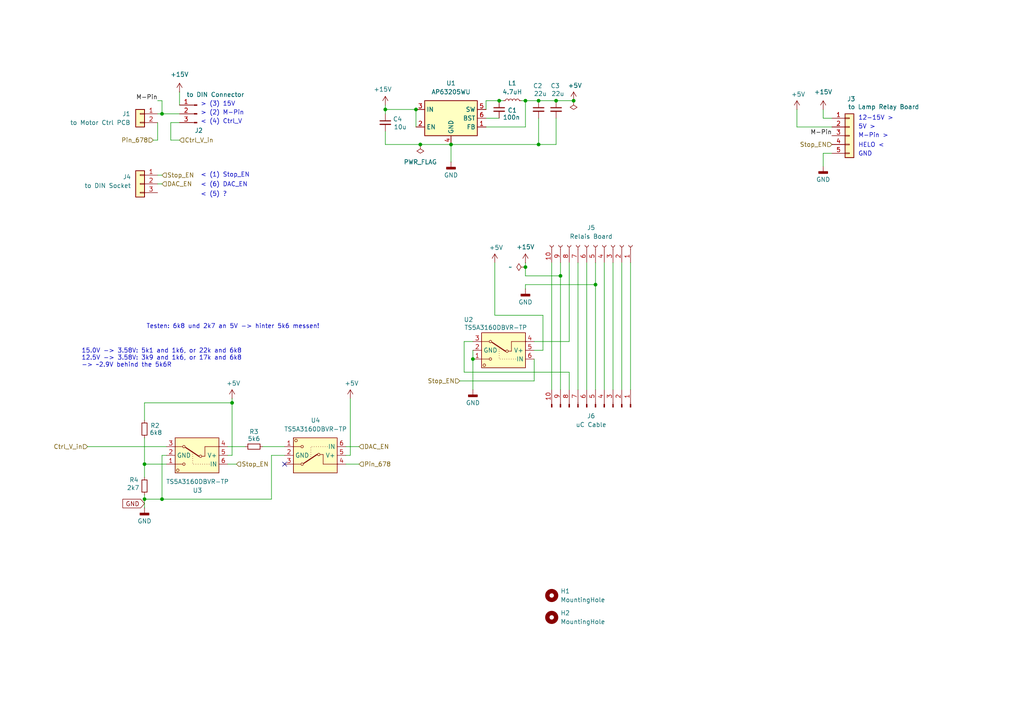
<source format=kicad_sch>
(kicad_sch (version 20231120) (generator "eeschema") (generator_version "8.0")
  (paper "A4")
  (lib_symbols
    (symbol "Connector:Conn_01x03_Pin" (pin_names (offset 1.016) hide)
      (property "Reference" "J" (at 0 5.08 0))
      (property "Value" "Conn_01x03_Pin" (at 0 -5.08 0))
      (symbol "Conn_01x03_Pin_1_1"
        (polyline (pts (xy 1.27 -2.54) (xy 0.8636 -2.54)) (stroke (width 0.1524)))
        (polyline (pts (xy 1.27 0) (xy 0.8636 0)) (stroke (width 0.1524)))
        (polyline (pts (xy 1.27 2.54) (xy 0.8636 2.54)) (stroke (width 0.1524)))
        (rectangle (start 0.8636 -2.413) (end 0 -2.667) (stroke (width 0.1524)) (fill (type outline)))
        (rectangle (start 0.8636 0.127) (end 0 -0.127) (stroke (width 0.1524)) (fill (type outline)))
        (rectangle (start 0.8636 2.667) (end 0 2.413) (stroke (width 0.1524)) (fill (type outline)))
        (pin passive line (at 5.08 2.54 180) (length 3.81) (name "Pin_1") (number "1"))
        (pin passive line (at 5.08 0 180) (length 3.81) (name "Pin_2") (number "2"))
        (pin passive line (at 5.08 -2.54 180) (length 3.81) (name "Pin_3") (number "3"))
      )
    )
    (symbol "Connector:Conn_01x10_Pin" (pin_names (offset 1.016) hide)
      (property "Reference" "J" (at 0 12.7 0))
      (property "Value" "Conn_01x10_Pin" (at 0 -15.24 0))
      (symbol "Conn_01x10_Pin_1_1"
        (polyline (pts (xy 1.27 -12.7) (xy 0.8636 -12.7)) (stroke (width 0.1524)))
        (polyline (pts (xy 1.27 -10.16) (xy 0.8636 -10.16)) (stroke (width 0.1524)))
        (polyline (pts (xy 1.27 -7.62) (xy 0.8636 -7.62)) (stroke (width 0.1524)))
        (polyline (pts (xy 1.27 -5.08) (xy 0.8636 -5.08)) (stroke (width 0.1524)))
        (polyline (pts (xy 1.27 -2.54) (xy 0.8636 -2.54)) (stroke (width 0.1524)))
        (polyline (pts (xy 1.27 0) (xy 0.8636 0)) (stroke (width 0.1524)))
        (polyline (pts (xy 1.27 2.54) (xy 0.8636 2.54)) (stroke (width 0.1524)))
        (polyline (pts (xy 1.27 5.08) (xy 0.8636 5.08)) (stroke (width 0.1524)))
        (polyline (pts (xy 1.27 7.62) (xy 0.8636 7.62)) (stroke (width 0.1524)))
        (polyline (pts (xy 1.27 10.16) (xy 0.8636 10.16)) (stroke (width 0.1524)))
        (rectangle (start 0.8636 -12.573) (end 0 -12.827) (stroke (width 0.1524)) (fill (type outline)))
        (rectangle (start 0.8636 -10.033) (end 0 -10.287) (stroke (width 0.1524)) (fill (type outline)))
        (rectangle (start 0.8636 -7.493) (end 0 -7.747) (stroke (width 0.1524)) (fill (type outline)))
        (rectangle (start 0.8636 -4.953) (end 0 -5.207) (stroke (width 0.1524)) (fill (type outline)))
        (rectangle (start 0.8636 -2.413) (end 0 -2.667) (stroke (width 0.1524)) (fill (type outline)))
        (rectangle (start 0.8636 0.127) (end 0 -0.127) (stroke (width 0.1524)) (fill (type outline)))
        (rectangle (start 0.8636 2.667) (end 0 2.413) (stroke (width 0.1524)) (fill (type outline)))
        (rectangle (start 0.8636 5.207) (end 0 4.953) (stroke (width 0.1524)) (fill (type outline)))
        (rectangle (start 0.8636 7.747) (end 0 7.493) (stroke (width 0.1524)) (fill (type outline)))
        (rectangle (start 0.8636 10.287) (end 0 10.033) (stroke (width 0.1524)) (fill (type outline)))
        (pin passive line (at 5.08 10.16 180) (length 3.81) (name "Pin_1") (number "1"))
        (pin passive line (at 5.08 -12.7 180) (length 3.81) (name "Pin_10") (number "10"))
        (pin passive line (at 5.08 7.62 180) (length 3.81) (name "Pin_2") (number "2"))
        (pin passive line (at 5.08 5.08 180) (length 3.81) (name "Pin_3") (number "3"))
        (pin passive line (at 5.08 2.54 180) (length 3.81) (name "Pin_4") (number "4"))
        (pin passive line (at 5.08 0 180) (length 3.81) (name "Pin_5") (number "5"))
        (pin passive line (at 5.08 -2.54 180) (length 3.81) (name "Pin_6") (number "6"))
        (pin passive line (at 5.08 -5.08 180) (length 3.81) (name "Pin_7") (number "7"))
        (pin passive line (at 5.08 -7.62 180) (length 3.81) (name "Pin_8") (number "8"))
        (pin passive line (at 5.08 -10.16 180) (length 3.81) (name "Pin_9") (number "9"))
      )
    )
    (symbol "Connector:Conn_01x10_Socket" (pin_names (offset 1.016) hide)
      (property "Reference" "J" (at 0 12.7 0))
      (property "Value" "Conn_01x10_Socket" (at 0 -15.24 0))
      (symbol "Conn_01x10_Socket_1_1"
        (arc (start 0 -12.192) (mid -0.5058 -12.7) (end 0 -13.208) (stroke (width 0.1524)))
        (arc (start 0 -9.652) (mid -0.5058 -10.16) (end 0 -10.668) (stroke (width 0.1524)))
        (arc (start 0 -7.112) (mid -0.5058 -7.62) (end 0 -8.128) (stroke (width 0.1524)))
        (arc (start 0 -4.572) (mid -0.5058 -5.08) (end 0 -5.588) (stroke (width 0.1524)))
        (arc (start 0 -2.032) (mid -0.5058 -2.54) (end 0 -3.048) (stroke (width 0.1524)))
        (polyline (pts (xy -1.27 -12.7) (xy -0.508 -12.7)) (stroke (width 0.1524)))
        (polyline (pts (xy -1.27 -10.16) (xy -0.508 -10.16)) (stroke (width 0.1524)))
        (polyline (pts (xy -1.27 -7.62) (xy -0.508 -7.62)) (stroke (width 0.1524)))
        (polyline (pts (xy -1.27 -5.08) (xy -0.508 -5.08)) (stroke (width 0.1524)))
        (polyline (pts (xy -1.27 -2.54) (xy -0.508 -2.54)) (stroke (width 0.1524)))
        (polyline (pts (xy -1.27 0) (xy -0.508 0)) (stroke (width 0.1524)))
        (polyline (pts (xy -1.27 2.54) (xy -0.508 2.54)) (stroke (width 0.1524)))
        (polyline (pts (xy -1.27 5.08) (xy -0.508 5.08)) (stroke (width 0.1524)))
        (polyline (pts (xy -1.27 7.62) (xy -0.508 7.62)) (stroke (width 0.1524)))
        (polyline (pts (xy -1.27 10.16) (xy -0.508 10.16)) (stroke (width 0.1524)))
        (arc (start 0 0.508) (mid -0.5058 0) (end 0 -0.508) (stroke (width 0.1524)))
        (arc (start 0 3.048) (mid -0.5058 2.54) (end 0 2.032) (stroke (width 0.1524)))
        (arc (start 0 5.588) (mid -0.5058 5.08) (end 0 4.572) (stroke (width 0.1524)))
        (arc (start 0 8.128) (mid -0.5058 7.62) (end 0 7.112) (stroke (width 0.1524)))
        (arc (start 0 10.668) (mid -0.5058 10.16) (end 0 9.652) (stroke (width 0.1524)))
        (pin passive line (at -5.08 10.16 0) (length 3.81) (name "Pin_1") (number "1"))
        (pin passive line (at -5.08 -12.7 0) (length 3.81) (name "Pin_10") (number "10"))
        (pin passive line (at -5.08 7.62 0) (length 3.81) (name "Pin_2") (number "2"))
        (pin passive line (at -5.08 5.08 0) (length 3.81) (name "Pin_3") (number "3"))
        (pin passive line (at -5.08 2.54 0) (length 3.81) (name "Pin_4") (number "4"))
        (pin passive line (at -5.08 0 0) (length 3.81) (name "Pin_5") (number "5"))
        (pin passive line (at -5.08 -2.54 0) (length 3.81) (name "Pin_6") (number "6"))
        (pin passive line (at -5.08 -5.08 0) (length 3.81) (name "Pin_7") (number "7"))
        (pin passive line (at -5.08 -7.62 0) (length 3.81) (name "Pin_8") (number "8"))
        (pin passive line (at -5.08 -10.16 0) (length 3.81) (name "Pin_9") (number "9"))
      )
    )
    (symbol "Connector_Generic:Conn_01x02" (pin_names (offset 1.016) hide)
      (property "Reference" "J" (at 0 2.54 0))
      (property "Value" "Conn_01x02" (at 0 -5.08 0))
      (symbol "Conn_01x02_1_1"
        (rectangle (start -1.27 -2.413) (end 0 -2.667) (stroke (width 0.1524)))
        (rectangle (start -1.27 0.127) (end 0 -0.127) (stroke (width 0.1524)))
        (rectangle (start -1.27 1.27) (end 1.27 -3.81) (stroke (width 0.254)) (fill (type background)))
        (pin passive line (at -5.08 0 0) (length 3.81) (name "Pin_1") (number "1"))
        (pin passive line (at -5.08 -2.54 0) (length 3.81) (name "Pin_2") (number "2"))
      )
    )
    (symbol "Connector_Generic:Conn_01x03" (pin_names (offset 1.016) hide)
      (property "Reference" "J" (at 0 5.08 0))
      (property "Value" "Conn_01x03" (at 0 -5.08 0))
      (symbol "Conn_01x03_1_1"
        (rectangle (start -1.27 -2.413) (end 0 -2.667) (stroke (width 0.1524)))
        (rectangle (start -1.27 0.127) (end 0 -0.127) (stroke (width 0.1524)))
        (rectangle (start -1.27 2.667) (end 0 2.413) (stroke (width 0.1524)))
        (rectangle (start -1.27 3.81) (end 1.27 -3.81) (stroke (width 0.254)) (fill (type background)))
        (pin passive line (at -5.08 2.54 0) (length 3.81) (name "Pin_1") (number "1"))
        (pin passive line (at -5.08 0 0) (length 3.81) (name "Pin_2") (number "2"))
        (pin passive line (at -5.08 -2.54 0) (length 3.81) (name "Pin_3") (number "3"))
      )
    )
    (symbol "Connector_Generic:Conn_01x05" (pin_names (offset 1.016) hide)
      (property "Reference" "J" (at 0 7.62 0))
      (property "Value" "Conn_01x05" (at 0 -7.62 0))
      (symbol "Conn_01x05_1_1"
        (rectangle (start -1.27 -4.953) (end 0 -5.207) (stroke (width 0.1524)))
        (rectangle (start -1.27 -2.413) (end 0 -2.667) (stroke (width 0.1524)))
        (rectangle (start -1.27 0.127) (end 0 -0.127) (stroke (width 0.1524)))
        (rectangle (start -1.27 2.667) (end 0 2.413) (stroke (width 0.1524)))
        (rectangle (start -1.27 5.207) (end 0 4.953) (stroke (width 0.1524)))
        (rectangle (start -1.27 6.35) (end 1.27 -6.35) (stroke (width 0.254)) (fill (type background)))
        (pin passive line (at -5.08 5.08 0) (length 3.81) (name "Pin_1") (number "1"))
        (pin passive line (at -5.08 2.54 0) (length 3.81) (name "Pin_2") (number "2"))
        (pin passive line (at -5.08 0 0) (length 3.81) (name "Pin_3") (number "3"))
        (pin passive line (at -5.08 -2.54 0) (length 3.81) (name "Pin_4") (number "4"))
        (pin passive line (at -5.08 -5.08 0) (length 3.81) (name "Pin_5") (number "5"))
      )
    )
    (symbol "Device:C_Small" (pin_numbers hide) (pin_names (offset 0.254) hide)
      (property "Reference" "C" (at 0.254 1.778 0))
      (property "Value" "C_Small" (at 0.254 -2.032 0))
      (symbol "C_Small_0_1"
        (polyline (pts (xy -1.524 -0.508) (xy 1.524 -0.508)) (stroke (width 0.3302)))
        (polyline (pts (xy -1.524 0.508) (xy 1.524 0.508)) (stroke (width 0.3048)))
      )
      (symbol "C_Small_1_1"
        (pin passive line (at 0 2.54 270) (length 2.032) (name "~") (number "1"))
        (pin passive line (at 0 -2.54 90) (length 2.032) (name "~") (number "2"))
      )
    )
    (symbol "Device:L_Small" (pin_numbers hide) (pin_names (offset 0.254) hide)
      (property "Reference" "L" (at 0.762 1.016 0))
      (property "Value" "L_Small" (at 0.762 -1.016 0))
      (symbol "L_Small_0_1"
        (arc (start 0 -2.032) (mid 0.5058 -1.524) (end 0 -1.016))
        (arc (start 0 -1.016) (mid 0.5058 -0.508) (end 0 0))
        (arc (start 0 0) (mid 0.5058 0.508) (end 0 1.016))
        (arc (start 0 1.016) (mid 0.5058 1.524) (end 0 2.032))
      )
      (symbol "L_Small_1_1"
        (pin passive line (at 0 2.54 270) (length 0.508) (name "~") (number "1"))
        (pin passive line (at 0 -2.54 90) (length 0.508) (name "~") (number "2"))
      )
    )
    (symbol "Device:R_Small" (pin_numbers hide) (pin_names (offset 0.254) hide)
      (property "Reference" "R" (at 0.762 0.508 0))
      (property "Value" "R_Small" (at 0.762 -1.016 0))
      (symbol "R_Small_0_1"
        (rectangle (start -0.762 1.778) (end 0.762 -1.778) (stroke (width 0.2032)))
      )
      (symbol "R_Small_1_1"
        (pin passive line (at 0 2.54 270) (length 0.762) (name "~") (number "1"))
        (pin passive line (at 0 -2.54 90) (length 0.762) (name "~") (number "2"))
      )
    )
    (symbol "Mechanical:MountingHole" (pin_names (offset 1.016)) (exclude_from_sim yes) (in_bom no)
      (property "Reference" "H" (at 0 5.08 0))
      (property "Value" "MountingHole" (at 0 3.175 0))
      (symbol "MountingHole_0_1"
        (circle (center 0 0) (radius 1.27) (stroke (width 1.27)))
      )
    )
    (symbol "Regulator_Switching:AP63205WU"
      (property "Reference" "U" (at -7.62 6.35 0))
      (property "Value" "AP63205WU" (at 2.54 6.35 0))
      (symbol "AP63205WU_0_1"
        (rectangle (start -7.62 5.08) (end 7.62 -5.08) (stroke (width 0.254)) (fill (type background)))
      )
      (symbol "AP63205WU_1_1"
        (pin input line (at 10.16 -2.54 180) (length 2.54) (name "FB") (number "1"))
        (pin input line (at -10.16 -2.54 0) (length 2.54) (name "EN") (number "2"))
        (pin power_in line (at -10.16 2.54 0) (length 2.54) (name "IN") (number "3"))
        (pin power_in line (at 0 -7.62 90) (length 2.54) (name "GND") (number "4"))
        (pin output line (at 10.16 2.54 180) (length 2.54) (name "SW") (number "5"))
        (pin passive line (at 10.16 0 180) (length 2.54) (name "BST") (number "6"))
      )
    )
    (symbol "easyEDA:TS5A3160DBVR-TP_nicer"
      (property "Reference" "U" (at 0 7.62 0))
      (property "Value" "TS5A3160DBVR-TP" (at 1.27 -7.62 0))
      (symbol "TS5A3160DBVR-TP_nicer_0_1"
        (circle (center -5.588 4.318) (radius 0.38))
        (pin power_in line (at -8.89 0 0) (length 2.54) (name "GND") (number "2"))
        (pin power_in line (at 8.89 0 180) (length 2.54) (name "V+") (number "5"))
        (pin input line (at 8.89 2.54 180) (length 2.54) (name "IN") (number "6"))
      )
      (symbol "TS5A3160DBVR-TP_nicer_1_1"
        (rectangle (start -6.35 5.08) (end 6.35 -5.08) (stroke (width 0.2)) (fill (type background)))
        (circle (center -3.81 -2.54) (radius 0.3592))
        (circle (center -3.81 2.54) (radius 0.3592))
        (polyline (pts (xy -6.35 -2.54) (xy -4.318 -2.54)))
        (polyline (pts (xy -6.35 2.54) (xy -4.318 2.54)))
        (polyline (pts (xy 0.508 0.254) (xy -3.302 -2.286)) (stroke (width 0.3)))
        (polyline (pts (xy 2.286 -2.54) (xy 2.286 0.254)))
        (polyline (pts (xy 2.286 0.254) (xy 1.524 0.254)))
        (polyline (pts (xy 6.604 -2.54) (xy 2.286 -2.54)))
        (polyline (pts (xy -1.27 -1.016) (xy -1.27 2.54) (xy 3.81 2.54)) (stroke (width 0) (type dot)))
        (circle (center 1.016 0.254) (radius 0.3592))
        (pin bidirectional line (at -8.89 2.54 0) (length 2.54) (name "") (number "1"))
        (pin bidirectional line (at -8.89 -2.54 0) (length 2.54) (name "") (number "3"))
        (pin bidirectional line (at 8.89 -2.54 180) (length 2.54) (name "") (number "4"))
      )
    )
    (symbol "power:+15V" (power) (pin_numbers hide) (pin_names (offset 0) hide)
      (property "Value" "+15V" (at 0 3.556 0))
      (symbol "+15V_0_1"
        (polyline (pts (xy -0.762 1.27) (xy 0 2.54)))
        (polyline (pts (xy 0 0) (xy 0 2.54)))
        (polyline (pts (xy 0 2.54) (xy 0.762 1.27)))
      )
      (symbol "+15V_1_1"
        (pin power_in line (at 0 0 90) (length 0) (name "~") (number "1"))
      )
    )
    (symbol "power:+5V" (power) (pin_numbers hide) (pin_names (offset 0) hide)
      (property "Value" "+5V" (at 0 3.556 0))
      (symbol "+5V_0_1"
        (polyline (pts (xy -0.762 1.27) (xy 0 2.54)))
        (polyline (pts (xy 0 0) (xy 0 2.54)))
        (polyline (pts (xy 0 2.54) (xy 0.762 1.27)))
      )
      (symbol "+5V_1_1"
        (pin power_in line (at 0 0 90) (length 0) (name "~") (number "1"))
      )
    )
    (symbol "power:GNDD" (power) (pin_numbers hide) (pin_names (offset 0) hide)
      (property "Value" "GNDD" (at 0 -3.175 0))
      (symbol "GNDD_0_1"
        (rectangle (start -1.27 -1.524) (end 1.27 -2.032) (stroke (width 0.254)) (fill (type outline)))
        (polyline (pts (xy 0 0) (xy 0 -1.524)))
      )
      (symbol "GNDD_1_1"
        (pin power_in line (at 0 0 270) (length 0) (name "~") (number "1"))
      )
    )
    (symbol "power:PWR_FLAG" (power) (pin_numbers hide) (pin_names (offset 0) hide)
      (property "Value" "PWR_FLAG" (at 0 3.81 0))
      (symbol "PWR_FLAG_0_0"
        (pin power_out line (at 0 0 90) (length 0) (name "~") (number "1"))
      )
      (symbol "PWR_FLAG_0_1"
        (polyline (pts (xy 0 0) (xy 0 1.27) (xy -1.016 1.905) (xy 0 2.54) (xy 1.016 1.905) (xy 0 1.27)))
      )
    )
  )
  (junction (at 41.91 134.62))
  (junction (at 152.4 29.21))
  (junction (at 46.99 144.78))
  (junction (at 46.99 33.02))
  (junction (at 144.78 29.21))
  (junction (at 41.91 144.78))
  (junction (at 120.65 31.75))
  (junction (at 152.4 77.47))
  (junction (at 156.21 29.21))
  (junction (at 166.37 29.21))
  (junction (at 156.21 41.91))
  (junction (at 161.29 29.21))
  (junction (at 172.72 82.55))
  (junction (at 137.16 104.14))
  (junction (at 130.81 41.91))
  (junction (at 162.56 80.01))
  (junction (at 121.92 41.91))
  (junction (at 67.31 116.84))
  (junction (at 111.76 31.75))
  (no_connect (at 82.55 134.62))
  (wire (pts (xy 137.16 101.6) (xy 137.16 104.14)))
  (wire (pts (xy 157.48 91.44) (xy 157.48 101.6)))
  (wire (pts (xy 172.72 82.55) (xy 172.72 113.03)))
  (wire (pts (xy 151.13 29.21) (xy 152.4 29.21)))
  (wire (pts (xy 46.99 33.02) (xy 52.07 33.02)))
  (wire (pts (xy 133.35 110.49) (xy 154.94 110.49)))
  (wire (pts (xy 143.51 76.2) (xy 143.51 91.44)))
  (wire (pts (xy 165.1 76.2) (xy 165.1 99.06)))
  (wire (pts (xy 144.78 29.21) (xy 146.05 29.21)))
  (wire (pts (xy 152.4 82.55) (xy 172.72 82.55)))
  (wire (pts (xy 67.31 115.57) (xy 67.31 116.84)))
  (wire (pts (xy 165.1 107.95) (xy 165.1 113.03)))
  (wire (pts (xy 41.91 127) (xy 41.91 134.62)))
  (wire (pts (xy 66.04 134.62) (xy 68.58 134.62)))
  (wire (pts (xy 41.91 147.32) (xy 41.91 144.78)))
  (wire (pts (xy 130.81 41.91) (xy 130.81 46.99)))
  (wire (pts (xy 46.99 50.8) (xy 45.72 50.8)))
  (wire (pts (xy 231.14 36.83) (xy 241.3 36.83)))
  (wire (pts (xy 66.04 129.54) (xy 71.12 129.54)))
  (wire (pts (xy 137.16 99.06) (xy 134.62 99.06)))
  (wire (pts (xy 177.8 76.2) (xy 177.8 113.03)))
  (wire (pts (xy 41.91 144.78) (xy 46.99 144.78)))
  (wire (pts (xy 154.94 99.06) (xy 165.1 99.06)))
  (wire (pts (xy 157.48 101.6) (xy 154.94 101.6)))
  (wire (pts (xy 52.07 40.64) (xy 49.53 40.64)))
  (wire (pts (xy 161.29 29.21) (xy 166.37 29.21)))
  (wire (pts (xy 41.91 134.62) (xy 41.91 138.43)))
  (wire (pts (xy 111.76 41.91) (xy 121.92 41.91)))
  (wire (pts (xy 67.31 116.84) (xy 41.91 116.84)))
  (wire (pts (xy 78.74 132.08) (xy 78.74 144.78)))
  (wire (pts (xy 167.64 76.2) (xy 167.64 113.03)))
  (wire (pts (xy 120.65 31.75) (xy 120.65 36.83)))
  (wire (pts (xy 152.4 80.01) (xy 162.56 80.01)))
  (wire (pts (xy 156.21 29.21) (xy 161.29 29.21)))
  (wire (pts (xy 238.76 31.75) (xy 238.76 34.29)))
  (wire (pts (xy 41.91 134.62) (xy 48.26 134.62)))
  (wire (pts (xy 111.76 31.75) (xy 111.76 33.02)))
  (wire (pts (xy 45.72 40.64) (xy 45.72 35.56)))
  (wire (pts (xy 49.53 40.64) (xy 49.53 35.56)))
  (wire (pts (xy 152.4 76.2) (xy 152.4 77.47)))
  (wire (pts (xy 101.6 115.57) (xy 101.6 132.08)))
  (wire (pts (xy 140.97 34.29) (xy 144.78 34.29)))
  (wire (pts (xy 52.07 30.48) (xy 52.07 26.67)))
  (wire (pts (xy 121.92 41.91) (xy 130.81 41.91)))
  (wire (pts (xy 82.55 132.08) (xy 78.74 132.08)))
  (wire (pts (xy 111.76 38.1) (xy 111.76 41.91)))
  (wire (pts (xy 137.16 104.14) (xy 137.16 113.03)))
  (wire (pts (xy 140.97 31.75) (xy 140.97 29.21)))
  (wire (pts (xy 67.31 116.84) (xy 67.31 132.08)))
  (wire (pts (xy 25.4 129.54) (xy 48.26 129.54)))
  (wire (pts (xy 67.31 132.08) (xy 66.04 132.08)))
  (wire (pts (xy 46.99 53.34) (xy 45.72 53.34)))
  (wire (pts (xy 152.4 36.83) (xy 140.97 36.83)))
  (wire (pts (xy 104.14 134.62) (xy 100.33 134.62)))
  (wire (pts (xy 101.6 132.08) (xy 100.33 132.08)))
  (wire (pts (xy 238.76 44.45) (xy 241.3 44.45)))
  (wire (pts (xy 161.29 41.91) (xy 161.29 34.29)))
  (wire (pts (xy 143.51 91.44) (xy 157.48 91.44)))
  (wire (pts (xy 111.76 31.75) (xy 120.65 31.75)))
  (wire (pts (xy 78.74 144.78) (xy 46.99 144.78)))
  (wire (pts (xy 231.14 31.75) (xy 231.14 36.83)))
  (wire (pts (xy 46.99 132.08) (xy 46.99 144.78)))
  (wire (pts (xy 140.97 29.21) (xy 144.78 29.21)))
  (wire (pts (xy 100.33 129.54) (xy 104.14 129.54)))
  (wire (pts (xy 41.91 116.84) (xy 41.91 121.92)))
  (wire (pts (xy 156.21 41.91) (xy 161.29 41.91)))
  (wire (pts (xy 170.18 76.2) (xy 170.18 113.03)))
  (wire (pts (xy 111.76 30.48) (xy 111.76 31.75)))
  (wire (pts (xy 182.88 76.2) (xy 182.88 113.03)))
  (wire (pts (xy 162.56 80.01) (xy 162.56 113.03)))
  (wire (pts (xy 152.4 82.55) (xy 152.4 83.82)))
  (wire (pts (xy 152.4 77.47) (xy 152.4 80.01)))
  (wire (pts (xy 162.56 80.01) (xy 162.56 76.2)))
  (wire (pts (xy 175.26 76.2) (xy 175.26 113.03)))
  (wire (pts (xy 130.81 41.91) (xy 156.21 41.91)))
  (wire (pts (xy 154.94 104.14) (xy 154.94 110.49)))
  (wire (pts (xy 45.72 29.21) (xy 46.99 29.21)))
  (wire (pts (xy 44.45 40.64) (xy 45.72 40.64)))
  (wire (pts (xy 134.62 107.95) (xy 165.1 107.95)))
  (wire (pts (xy 134.62 99.06) (xy 134.62 107.95)))
  (wire (pts (xy 76.2 129.54) (xy 82.55 129.54)))
  (wire (pts (xy 180.34 76.2) (xy 180.34 113.03)))
  (wire (pts (xy 156.21 41.91) (xy 156.21 34.29)))
  (wire (pts (xy 49.53 35.56) (xy 52.07 35.56)))
  (wire (pts (xy 238.76 34.29) (xy 241.3 34.29)))
  (wire (pts (xy 41.91 143.51) (xy 41.91 144.78)))
  (wire (pts (xy 172.72 82.55) (xy 172.72 76.2)))
  (wire (pts (xy 160.02 76.2) (xy 160.02 113.03)))
  (wire (pts (xy 48.26 132.08) (xy 46.99 132.08)))
  (wire (pts (xy 46.99 29.21) (xy 46.99 33.02)))
  (wire (pts (xy 152.4 29.21) (xy 152.4 36.83)))
  (wire (pts (xy 152.4 29.21) (xy 156.21 29.21)))
  (wire (pts (xy 238.76 48.26) (xy 238.76 44.45)))
  (wire (pts (xy 45.72 33.02) (xy 46.99 33.02)))
  (text "5V >" (at 248.92 36.83 0) (effects (font (size 1.27 1.27)) (justify left)))
  (text "M-Pin >" (at 248.92 39.37 0) (effects (font (size 1.27 1.27)) (justify left)))
  (text "HELO <" (at 248.92 42.164 0) (effects (font (size 1.27 1.27)) (justify left)))
  (text "> (3) 15V" (at 58.166 30.226 0) (effects (font (size 1.27 1.27)) (justify left)))
  (text "< (6) DAC_EN" (at 58.166 53.594 0) (effects (font (size 1.27 1.27)) (justify left)))
  (text "> (2) M-Pin" (at 58.166 32.766 0) (effects (font (size 1.27 1.27)) (justify left)))
  (text "< (5) ?" (at 58.166 56.388 0) (effects (font (size 1.27 1.27)) (justify left)))
  (text "< (4) Ctrl_V" (at 58.166 35.306 0) (effects (font (size 1.27 1.27)) (justify left)))
  (text "15.0V -> 3.58V: 5k1 and 1k6, or 22k and 6k8\n12.5V -> 3.58V: 3k9 and 1k6, or 17k and 6k8\n-> ~2.9V behind the 5k6R" (at 23.622 103.886 0) (effects (font (size 1.27 1.27)) (justify left)))
  (text "< (1) Stop_EN" (at 58.166 50.8 0) (effects (font (size 1.27 1.27)) (justify left)))
  (text "GND" (at 252.984 44.704 0) (effects (font (size 1.27 1.27)) (justify right)))
  (text "12-15V >" (at 248.92 34.29 0) (effects (font (size 1.27 1.27)) (justify left)))
  (text "Testen: 6k8 und 2k7 an 5V -> hinter 5k6 messen!" (at 67.564 94.742 0) (effects (font (size 1.27 1.27))))
  (label "M-Pin" (at 45.72 29.21 180))
  (label "M-Pin" (at 241.3 39.37 180))
  (global_label "GND" (shape input) (at 41.91 146.05 180) (property "Intersheetrefs" "${INTERSHEET_REFS}" (effects (hide yes))))
  (hierarchical_label "Stop_EN" (shape input) (at 133.35 110.49 180))
  (hierarchical_label "DAC_EN" (shape input) (at 104.14 129.54 0))
  (hierarchical_label "DAC_EN" (shape input) (at 46.99 53.34 0))
  (hierarchical_label "Stop_EN" (shape input) (at 241.3 41.91 180))
  (hierarchical_label "Stop_EN" (shape input) (at 68.58 134.62 0))
  (hierarchical_label "Ctrl_V_in" (shape input) (at 25.4 129.54 180))
  (hierarchical_label "Ctrl_V_in" (shape input) (at 52.07 40.64 0))
  (hierarchical_label "Pin_678" (shape input) (at 104.14 134.62 0))
  (hierarchical_label "Stop_EN" (shape input) (at 46.99 50.8 0))
  (hierarchical_label "Pin_678" (shape input) (at 44.45 40.64 180))
  (symbol (lib_id "power:GNDD") (at 130.81 46.99 0) (unit 1)
    (property "Reference" "#PWR06" (effects (hide yes)))
    (property "Value" "GND" (at 130.81 50.8 0))
    (property "Description" "Power symbol creates a global label with name \"GNDD\" , digital ground" (effects (hide yes)))
  )
  (symbol (lib_id "power:GNDD") (at 238.76 48.26 0) (unit 1)
    (property "Reference" "#PWR07" (effects (hide yes)))
    (property "Value" "GND" (at 238.76 52.07 0))
    (property "Description" "Power symbol creates a global label with name \"GNDD\" , digital ground" (effects (hide yes)))
  )
  (symbol (lib_id "power:+15V") (at 238.76 31.75 0) (unit 1)
    (property "Reference" "#PWR05" (effects (hide yes)))
    (property "Value" "+15V" (at 238.76 26.67 0))
    (property "Description" "Power symbol creates a global label with name \"+15V\"" (effects (hide yes)))
  )
  (symbol (lib_id "power:+5V") (at 231.14 31.75 0) (unit 1)
    (property "Reference" "#PWR04" (effects (hide yes)))
    (property "Value" "+5V" (at 231.521 27.3558 0))
    (property "Description" "Power symbol creates a global label with name \"+5V\"" (effects (hide yes)))
  )
  (symbol (lib_id "Connector:Conn_01x03_Pin") (at 57.15 33.02 0) (mirror y) (unit 1)
    (property "Reference" "J2" (at 57.658 37.846 0))
    (property "Value" "to DIN Connector" (at 62.484 27.432 0))
    (property "Footprint" "Peacemans Teile:PinHeader_1x03_P2.54mm_Vertical_BAUER" (effects (hide yes)))
    (property "Datasheet" "https://www.lcsc.com/datasheet/lcsc_datasheet_2411272110_MAX-MX128-2-54-03P-GN01-Cu-Y-A_C5188443.pdf" (effects (hide yes)))
    (property "Description" "Generic connector, single row, 01x03, script generated" (effects (hide yes)))
    (property "LCSC" "C5188443" (effects (hide yes)))
  )
  (symbol (lib_id "power:PWR_FLAG") (at 166.37 29.21 180) (unit 1)
    (property "Reference" "#FLG01" (effects (hide yes)))
    (property "Value" "PWR_FLAG" (effects (hide yes)))
    (property "Description" "Special symbol for telling ERC where power comes from" (effects (hide yes)))
  )
  (symbol (lib_id "easyEDA:TS5A3160DBVR-TP_nicer") (at 146.05 101.6 0) (mirror x) (unit 1)
    (property "Reference" "U2" (at 135.89 92.71 0))
    (property "Value" "TS5A3160DBVR-TP" (at 143.764 94.996 0))
    (property "Footprint" "easyEDA:SOT-23-6_L2.9-W1.6-P0.95-LS2.8-BR" (effects (hide yes)))
    (property "Datasheet" "https://www.lcsc.com/datasheet/lcsc_datasheet_2412301609_TECH-PUBLIC-TS5A3160DBVR-TP_C42411033.pdf" (effects (hide yes)))
    (property "LCSC" "C42411033" (effects (hide yes)))
  )
  (symbol (lib_id "easyEDA:TS5A3160DBVR-TP_nicer") (at 57.15 132.08 0) (mirror x) (unit 1)
    (property "Reference" "U3" (at 57.277 142.24 0))
    (property "Value" "TS5A3160DBVR-TP" (at 57.277 139.7 0))
    (property "Footprint" "easyEDA:SOT-23-6_L2.9-W1.6-P0.95-LS2.8-BR" (effects (hide yes)))
    (property "Datasheet" "https://www.lcsc.com/datasheet/lcsc_datasheet_2412301609_TECH-PUBLIC-TS5A3160DBVR-TP_C42411033.pdf" (effects (hide yes)))
    (property "LCSC" "C42411033" (effects (hide yes)))
  )
  (symbol (lib_id "Device:C_Small") (at 156.21 31.75 0) (unit 1)
    (property "Reference" "C2" (at 155.956 24.892 0))
    (property "Value" "22u" (at 156.718 27.178 0))
    (property "Footprint" "Capacitor_SMD:C_0603_1608Metric" (effects (hide yes)))
  )
  (symbol (lib_id "power:GNDD") (at 152.4 83.82 0) (unit 1)
    (property "Reference" "#PWR010" (effects (hide yes)))
    (property "Value" "GND" (at 152.4 87.63 0))
    (property "Description" "Power symbol creates a global label with name \"GNDD\" , digital ground" (effects (hide yes)))
  )
  (symbol (lib_id "Connector_Generic:Conn_01x03") (at 40.64 53.34 0) (mirror y) (unit 1)
    (property "Reference" "J4" (at 36.83 51.308 0))
    (property "Value" "to DIN Socket" (at 31.242 53.848 0))
    (property "Footprint" "easyEDA:CONN-TH_ZX-XH2.54-3PZZ-Y" (effects (hide yes)))
    (property "Datasheet" "https://www.lcsc.com/datasheet/lcsc_datasheet_2410121306_Megastar-ZX-XH2-54-3PZZ-Y_C22388685.pdf" (effects (hide yes)))
    (property "Description" "Generic screw terminal, single row, 01x03, script generated (kicad-library-utils/schlib/autogen/connector/)" (effects (hide yes)))
    (property "LCSC" "C22388685" (effects (hide yes)))
  )
  (symbol (lib_id "Connector:Conn_01x10_Socket") (at 172.72 71.12 270) (mirror x) (unit 1)
    (property "Reference" "J5" (at 171.45 66.04 90))
    (property "Value" "Relais Board" (at 171.45 68.58 90))
    (property "Footprint" "easyEDA:HDR-TH_10P-P2.54-H-F-W10.0-N" (effects (hide yes)))
    (property "Datasheet" "https://www.lcsc.com/datasheet/lcsc_datasheet_2306091006_HCTL-PM254-1-10-W-8-5_C2897392.pdf" (effects (hide yes)))
    (property "Description" "Generic connector, single row, 01x10, script generated" (effects (hide yes)))
    (property "LCSC" "C2897392" (effects (hide yes)))
  )
  (symbol (lib_id "power:PWR_FLAG") (at 121.92 41.91 180) (unit 1)
    (property "Reference" "#FLG02" (effects (hide yes)))
    (property "Value" "PWR_FLAG" (at 121.92 46.99 0))
    (property "Description" "Special symbol for telling ERC where power comes from" (effects (hide yes)))
  )
  (symbol (lib_id "power:GNDD") (at 41.91 147.32 0) (unit 1)
    (property "Reference" "#PWR015" (effects (hide yes)))
    (property "Value" "GND" (at 41.91 151.13 0))
    (property "Description" "Power symbol creates a global label with name \"GNDD\" , digital ground" (effects (hide yes)))
  )
  (symbol (lib_id "Device:L_Small") (at 148.59 29.21 90) (unit 1)
    (property "Reference" "L1" (at 148.59 24.13 90))
    (property "Value" "4.7uH" (at 148.59 26.67 90))
    (property "Footprint" "easyEDA:IND-SMD_L3.0-W3.0" (effects (hide yes)))
    (property "Datasheet" "https://www.lcsc.com/datasheet/lcsc_datasheet_2410121924_Murata-Electronics-LQH3NPZ4R7MMEL_C527613.pdf" (effects (hide yes)))
    (property "Description" "Inductor, small symbol" (effects (hide yes)))
    (property "LCSC" "C527613" (effects (hide yes)))
    (property "LCSC Part" "C2929429" (effects (hide yes)))
  )
  (symbol (lib_id "power:GNDD") (at 137.16 113.03 0) (unit 1)
    (property "Reference" "#PWR011" (effects (hide yes)))
    (property "Value" "GND" (at 137.16 116.84 0))
    (property "Description" "Power symbol creates a global label with name \"GNDD\" , digital ground" (effects (hide yes)))
  )
  (symbol (lib_id "Device:R_Small") (at 41.91 140.97 180) (unit 1)
    (property "Reference" "R4" (at 38.862 139.192 0))
    (property "Value" "2k7" (at 38.608 141.478 0))
    (property "Footprint" "Resistor_SMD:R_0603_1608Metric" (effects (hide yes)))
  )
  (symbol (lib_id "Device:C_Small") (at 111.76 35.56 0) (unit 1)
    (property "Reference" "C4" (at 115.316 34.544 0))
    (property "Value" "10u" (at 116.078 36.83 0))
    (property "Footprint" "Capacitor_SMD:C_0603_1608Metric" (effects (hide yes)))
  )
  (symbol (lib_id "Device:C_Small") (at 161.29 31.75 0) (unit 1)
    (property "Reference" "C3" (at 161.036 24.892 0))
    (property "Value" "22u" (at 161.798 27.178 0))
    (property "Footprint" "Capacitor_SMD:C_0603_1608Metric" (effects (hide yes)))
  )
  (symbol (lib_id "Mechanical:MountingHole") (at 160.02 179.07 0) (unit 1) (exclude_from_sim yes) (in_bom no)
    (property "Reference" "H2" (at 162.56 177.7999 0) (effects (justify left)))
    (property "Value" "MountingHole" (at 162.56 180.3399 0) (effects (justify left)))
    (property "Footprint" "Peacemans Teile:MountingHole_2.1mm_just_hole" (effects (hide yes)))
    (property "Description" "Mounting Hole without connection" (effects (hide yes)))
  )
  (symbol (lib_id "Mechanical:MountingHole") (at 160.02 172.72 0) (unit 1) (exclude_from_sim yes) (in_bom no)
    (property "Reference" "H1" (at 162.56 171.4499 0) (effects (justify left)))
    (property "Value" "MountingHole" (at 162.56 173.9899 0) (effects (justify left)))
    (property "Footprint" "Peacemans Teile:MountingHole_2.1mm_just_hole" (effects (hide yes)))
    (property "Description" "Mounting Hole without connection" (effects (hide yes)))
  )
  (symbol (lib_id "Connector:Conn_01x10_Pin") (at 172.72 118.11 270) (mirror x) (unit 1)
    (property "Reference" "J6" (at 171.45 120.65 90))
    (property "Value" "uC Cable" (at 171.45 123.19 90))
    (property "Footprint" "Connector_PinHeader_2.54mm:PinHeader_1x10_P2.54mm_Horizontal" (effects (hide yes)))
    (property "Description" "Generic connector, single row, 01x10, script generated" (effects (hide yes)))
  )
  (symbol (lib_id "power:+5V") (at 67.31 115.57 0) (unit 1)
    (property "Reference" "#PWR013" (effects (hide yes)))
    (property "Value" "+5V" (at 67.691 111.1758 0))
    (property "Description" "Power symbol creates a global label with name \"+5V\"" (effects (hide yes)))
  )
  (symbol (lib_id "Device:R_Small") (at 41.91 124.46 180) (unit 1)
    (property "Reference" "R2" (at 44.958 123.444 0))
    (property "Value" "6k8" (at 45.212 125.476 0))
    (property "Footprint" "Resistor_SMD:R_0603_1608Metric" (effects (hide yes)))
  )
  (symbol (lib_id "power:+15V") (at 111.76 30.48 0) (unit 1)
    (property "Reference" "#PWR03" (effects (hide yes)))
    (property "Value" "+15V" (at 110.998 25.908 0))
    (property "Description" "Power symbol creates a global label with name \"+15V\"" (effects (hide yes)))
  )
  (symbol (lib_id "power:+5V") (at 166.37 29.21 0) (unit 1)
    (property "Reference" "#PWR02" (effects (hide yes)))
    (property "Value" "+5V" (at 166.751 24.8158 0))
    (property "Description" "Power symbol creates a global label with name \"+5V\"" (effects (hide yes)))
  )
  (symbol (lib_id "Device:C_Small") (at 144.78 31.75 0) (unit 1)
    (property "Reference" "C1" (at 148.59 32.004 0))
    (property "Value" "100n" (at 148.336 34.036 0))
    (property "Footprint" "Capacitor_SMD:C_0603_1608Metric" (effects (hide yes)))
  )
  (symbol (lib_id "Device:R_Small") (at 73.66 129.54 90) (unit 1)
    (property "Reference" "R3" (at 73.66 125.222 90))
    (property "Value" "5k6" (at 73.66 127.254 90))
    (property "Footprint" "Resistor_SMD:R_0603_1608Metric" (effects (hide yes)))
  )
  (symbol (lib_id "easyEDA:TS5A3160DBVR-TP_nicer") (at 91.44 132.08 0) (unit 1)
    (property "Reference" "U4" (at 91.517 121.92 0))
    (property "Value" "TS5A3160DBVR-TP" (at 91.517 124.46 0))
    (property "Footprint" "easyEDA:SOT-23-6_L2.9-W1.6-P0.95-LS2.8-BR" (effects (hide yes)))
    (property "Datasheet" "https://www.lcsc.com/datasheet/lcsc_datasheet_2412301609_TECH-PUBLIC-TS5A3160DBVR-TP_C42411033.pdf" (effects (hide yes)))
    (property "LCSC" "C42411033" (effects (hide yes)))
  )
  (symbol (lib_id "power:+5V") (at 143.51 76.2 0) (unit 1)
    (property "Reference" "#PWR08" (effects (hide yes)))
    (property "Value" "+5V" (at 143.891 71.8058 0))
    (property "Description" "Power symbol creates a global label with name \"+5V\"" (effects (hide yes)))
  )
  (symbol (lib_id "power:+15V") (at 152.4 76.2 0) (unit 1)
    (property "Reference" "#PWR09" (effects (hide yes)))
    (property "Value" "+15V" (at 152.4 71.628 0))
    (property "Description" "Power symbol creates a global label with name \"+15V\"" (effects (hide yes)))
  )
  (symbol (lib_id "Connector_Generic:Conn_01x05") (at 246.38 39.37 0) (unit 1)
    (property "Reference" "J3" (at 246.888 28.702 0))
    (property "Value" "to Lamp Relay Board" (at 256.286 30.988 0))
    (property "Footprint" "easyEDA:CONN-TH_5P-P2.50_ZX-XH2.54-5PZZ" (effects (hide yes)))
    (property "Datasheet" "https://www.lcsc.com/datasheet/lcsc_datasheet_2410121306_Megastar-ZX-XH2-54-5PZZ-R_C22388627.pdf" (effects (hide yes)))
    (property "Description" "Generic connector, single row, 01x05, script generated (kicad-library-utils/schlib/autogen/connector/)" (effects (hide yes)))
    (property "LCSC" "C22388627" (effects (hide yes)))
  )
  (symbol (lib_id "power:+15V") (at 52.07 26.67 0) (mirror y) (unit 1)
    (property "Reference" "#PWR01" (effects (hide yes)))
    (property "Value" "+15V" (at 52.07 21.59 0))
    (property "Description" "Power symbol creates a global label with name \"+15V\"" (effects (hide yes)))
  )
  (symbol (lib_id "Connector_Generic:Conn_01x02") (at 40.64 33.02 0) (mirror y) (unit 1)
    (property "Reference" "J1" (at 37.846 33.02 0) (effects (justify left)))
    (property "Value" "to Motor Ctrl PCB" (at 37.846 35.56 0) (effects (justify left)))
    (property "Footprint" "easyEDA:CONN-TH_2P-P2.54_ZX-XH2.54-2PZZ-Y" (effects (hide yes)))
    (property "Datasheet" "https://www.lcsc.com/datasheet/lcsc_datasheet_2410121306_Megastar-ZX-XH2-54-2PZZ-Y_C22388684.pdf" (effects (hide yes)))
    (property "Description" "Generic screw terminal, single row, 01x02, script generated (kicad-library-utils/schlib/autogen/connector/)" (effects (hide yes)))
    (property "LCSC" "C22388684" (effects (hide yes)))
  )
  (symbol (lib_id "power:+5V") (at 101.6 115.57 0) (unit 1)
    (property "Reference" "#PWR014" (effects (hide yes)))
    (property "Value" "+5V" (at 101.981 111.1758 0))
    (property "Description" "Power symbol creates a global label with name \"+5V\"" (effects (hide yes)))
  )
  (symbol (lib_id "power:PWR_FLAG") (at 152.4 77.47 90) (unit 1)
    (property "Reference" "#FLG03" (effects (hide yes)))
    (property "Value" "~" (at 148.59 77.47 90) (effects (justify left)))
    (property "Description" "Special symbol for telling ERC where power comes from" (effects (hide yes)))
  )
  (symbol (lib_id "Regulator_Switching:AP63205WU") (at 130.81 34.29 0) (unit 1)
    (property "Reference" "U1" (at 130.81 24.13 0))
    (property "Value" "AP63205WU" (at 130.81 26.67 0))
    (property "Footprint" "Package_TO_SOT_SMD:TSOT-23-6" (effects (hide yes)))
    (property "Datasheet" "https://www.diodes.com/assets/Datasheets/AP63200-AP63201-AP63203-AP63205.pdf" (effects (hide yes)))
    (property "Description" "2A, 1.1MHz Buck DC/DC Converter, fixed 5.0V output voltage, TSOT-23-6" (effects (hide yes)))
  )
)
</source>
